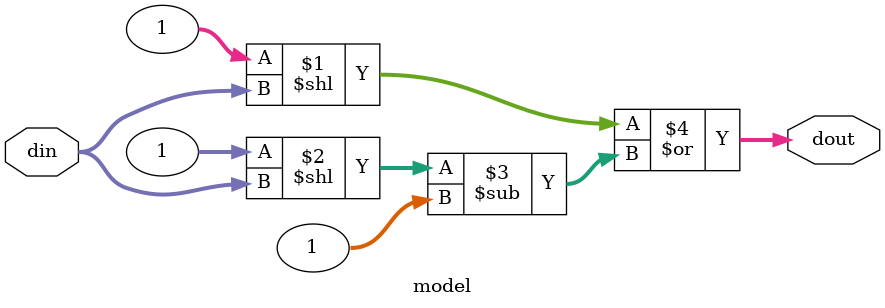
<source format=v>
module model (
    input [7:0] din,
    output reg [255:0] dout
);

// (1 << din) -> find most signficant bit 
// ((1 << din) - 1) -> find most signficant bit, subtrack 1 from it
// bitwise or the two results to get all 1s
assign dout = (1 << din) | ((1 << din) - 1);

endmodule

</source>
